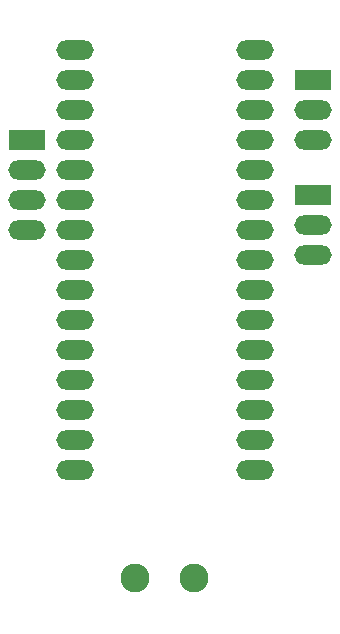
<source format=gbs>
G04*
G04 #@! TF.GenerationSoftware,Altium Limited,Altium Designer,21.6.4 (81)*
G04*
G04 Layer_Color=16711935*
%FSLAX25Y25*%
%MOIN*%
G70*
G04*
G04 #@! TF.SameCoordinates,4A2346EC-D30A-4EC8-B750-871CECD4BB15*
G04*
G04*
G04 #@! TF.FilePolarity,Negative*
G04*
G01*
G75*
%ADD17C,0.00591*%
%ADD18R,0.12465X0.06528*%
%ADD19O,0.12465X0.06528*%
%ADD20C,0.09646*%
D17*
X7874Y208661D02*
D03*
X110236Y7874D02*
D03*
X7874D02*
D03*
X110236Y208661D02*
D03*
D18*
X105315Y187165D02*
D03*
Y148779D02*
D03*
X9843Y167244D02*
D03*
D19*
X105315Y177165D02*
D03*
Y167165D02*
D03*
Y138779D02*
D03*
Y128779D02*
D03*
X9843Y157244D02*
D03*
Y137244D02*
D03*
Y147244D02*
D03*
X86039Y107244D02*
D03*
Y97244D02*
D03*
Y57244D02*
D03*
Y67244D02*
D03*
Y87244D02*
D03*
Y77244D02*
D03*
Y117244D02*
D03*
X86021Y127225D02*
D03*
Y137240D02*
D03*
Y147226D02*
D03*
Y157226D02*
D03*
Y167226D02*
D03*
Y177226D02*
D03*
Y187226D02*
D03*
Y197226D02*
D03*
X26039Y107244D02*
D03*
Y97244D02*
D03*
Y57244D02*
D03*
Y67244D02*
D03*
Y87244D02*
D03*
Y77244D02*
D03*
Y117244D02*
D03*
X26021Y127225D02*
D03*
Y137240D02*
D03*
Y147226D02*
D03*
Y157226D02*
D03*
Y167226D02*
D03*
Y177226D02*
D03*
Y187226D02*
D03*
Y197226D02*
D03*
D20*
X46035Y21220D02*
D03*
X65720D02*
D03*
M02*

</source>
